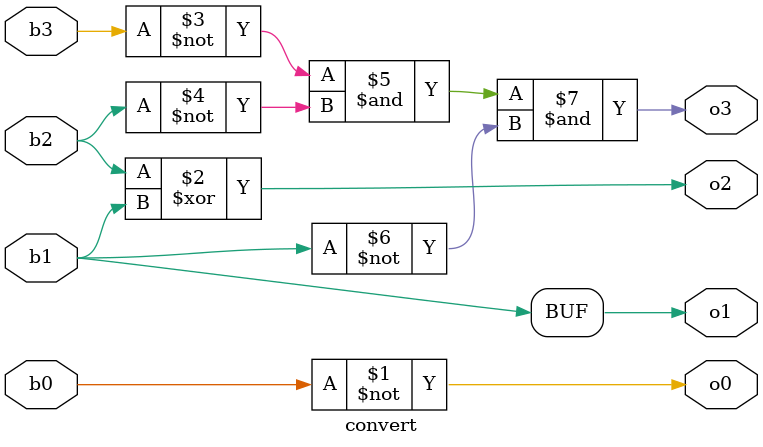
<source format=v>
`timescale 1ns / 1ps


module convert(
    input b0,
    input b1,
    input b2,
    input b3,
    output o0,
    output o1,
    output o2,
    output o3
    );
assign o0=~b0; assign o1=b1; assign o2=b2^b1; assign o3=~b3&~b2&~b1;
endmodule

</source>
